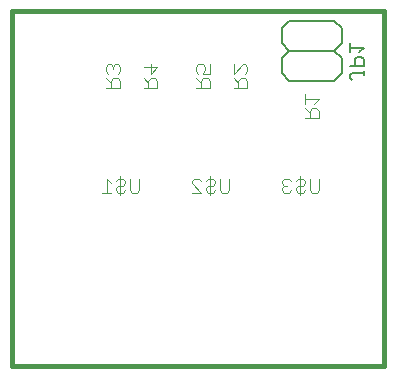
<source format=gbo>
G75*
%MOIN*%
%OFA0B0*%
%FSLAX25Y25*%
%IPPOS*%
%LPD*%
%AMOC8*
5,1,8,0,0,1.08239X$1,22.5*
%
%ADD10C,0.01600*%
%ADD11C,0.00400*%
%ADD12C,0.00600*%
%ADD13C,0.00500*%
D10*
X0008250Y0002200D02*
X0008250Y0120310D01*
X0132266Y0120310D01*
X0132266Y0002200D01*
X0008250Y0002200D01*
D11*
X0044473Y0059133D02*
X0044473Y0065271D01*
X0043706Y0064504D02*
X0042939Y0063737D01*
X0043706Y0064504D02*
X0045241Y0064504D01*
X0046008Y0063737D01*
X0046008Y0062969D01*
X0045241Y0062202D01*
X0043706Y0062202D01*
X0042939Y0061435D01*
X0042939Y0060667D01*
X0043706Y0059900D01*
X0045241Y0059900D01*
X0046008Y0060667D01*
X0047543Y0060667D02*
X0047543Y0064504D01*
X0050612Y0064504D02*
X0050612Y0060667D01*
X0049844Y0059900D01*
X0048310Y0059900D01*
X0047543Y0060667D01*
X0041404Y0059900D02*
X0038335Y0059900D01*
X0039869Y0059900D02*
X0039869Y0064504D01*
X0041404Y0062969D01*
X0068335Y0062969D02*
X0068335Y0063737D01*
X0069102Y0064504D01*
X0070637Y0064504D01*
X0071404Y0063737D01*
X0072939Y0063737D02*
X0073706Y0064504D01*
X0075241Y0064504D01*
X0076008Y0063737D01*
X0076008Y0062969D01*
X0075241Y0062202D01*
X0073706Y0062202D01*
X0072939Y0061435D01*
X0072939Y0060667D01*
X0073706Y0059900D01*
X0075241Y0059900D01*
X0076008Y0060667D01*
X0077543Y0060667D02*
X0077543Y0064504D01*
X0080612Y0064504D02*
X0080612Y0060667D01*
X0079844Y0059900D01*
X0078310Y0059900D01*
X0077543Y0060667D01*
X0074473Y0059133D02*
X0074473Y0065271D01*
X0071404Y0059900D02*
X0068335Y0062969D01*
X0068335Y0059900D02*
X0071404Y0059900D01*
X0098335Y0060667D02*
X0099102Y0059900D01*
X0100637Y0059900D01*
X0101404Y0060667D01*
X0102939Y0060667D02*
X0102939Y0061435D01*
X0103706Y0062202D01*
X0105241Y0062202D01*
X0106008Y0062969D01*
X0106008Y0063737D01*
X0105241Y0064504D01*
X0103706Y0064504D01*
X0102939Y0063737D01*
X0101404Y0063737D02*
X0100637Y0064504D01*
X0099102Y0064504D01*
X0098335Y0063737D01*
X0098335Y0062969D01*
X0099102Y0062202D01*
X0098335Y0061435D01*
X0098335Y0060667D01*
X0099102Y0062202D02*
X0099869Y0062202D01*
X0102939Y0060667D02*
X0103706Y0059900D01*
X0105241Y0059900D01*
X0106008Y0060667D01*
X0107543Y0060667D02*
X0107543Y0064504D01*
X0104473Y0065271D02*
X0104473Y0059133D01*
X0107543Y0060667D02*
X0108310Y0059900D01*
X0109844Y0059900D01*
X0110612Y0060667D01*
X0110612Y0064504D01*
X0110554Y0084900D02*
X0105950Y0084900D01*
X0107485Y0084900D02*
X0107485Y0087202D01*
X0108252Y0087969D01*
X0109787Y0087969D01*
X0110554Y0087202D01*
X0110554Y0084900D01*
X0107485Y0086435D02*
X0105950Y0087969D01*
X0105950Y0089504D02*
X0105950Y0092573D01*
X0105950Y0091039D02*
X0110554Y0091039D01*
X0109019Y0089504D01*
X0086804Y0094900D02*
X0086804Y0097202D01*
X0086037Y0097969D01*
X0084502Y0097969D01*
X0083735Y0097202D01*
X0083735Y0094900D01*
X0083735Y0096435D02*
X0082200Y0097969D01*
X0082200Y0099504D02*
X0085269Y0102573D01*
X0086037Y0102573D01*
X0086804Y0101806D01*
X0086804Y0100271D01*
X0086037Y0099504D01*
X0082200Y0099504D02*
X0082200Y0102573D01*
X0074304Y0102573D02*
X0074304Y0099504D01*
X0072002Y0099504D01*
X0072769Y0101039D01*
X0072769Y0101806D01*
X0072002Y0102573D01*
X0070467Y0102573D01*
X0069700Y0101806D01*
X0069700Y0100271D01*
X0070467Y0099504D01*
X0069700Y0097969D02*
X0071235Y0096435D01*
X0071235Y0097202D02*
X0071235Y0094900D01*
X0069700Y0094900D02*
X0074304Y0094900D01*
X0074304Y0097202D01*
X0073537Y0097969D01*
X0072002Y0097969D01*
X0071235Y0097202D01*
X0082200Y0094900D02*
X0086804Y0094900D01*
X0056804Y0094900D02*
X0056804Y0097202D01*
X0056037Y0097969D01*
X0054502Y0097969D01*
X0053735Y0097202D01*
X0053735Y0094900D01*
X0053735Y0096435D02*
X0052200Y0097969D01*
X0054502Y0099504D02*
X0054502Y0102573D01*
X0052200Y0101806D02*
X0056804Y0101806D01*
X0054502Y0099504D01*
X0052200Y0094900D02*
X0056804Y0094900D01*
X0044304Y0094900D02*
X0044304Y0097202D01*
X0043537Y0097969D01*
X0042002Y0097969D01*
X0041235Y0097202D01*
X0041235Y0094900D01*
X0041235Y0096435D02*
X0039700Y0097969D01*
X0040467Y0099504D02*
X0039700Y0100271D01*
X0039700Y0101806D01*
X0040467Y0102573D01*
X0041235Y0102573D01*
X0042002Y0101806D01*
X0042002Y0101039D01*
X0042002Y0101806D02*
X0042769Y0102573D01*
X0043537Y0102573D01*
X0044304Y0101806D01*
X0044304Y0100271D01*
X0043537Y0099504D01*
X0044304Y0094900D02*
X0039700Y0094900D01*
D12*
X0098250Y0099700D02*
X0098250Y0104700D01*
X0100750Y0107200D01*
X0115750Y0107200D01*
X0118250Y0109700D01*
X0118250Y0114700D01*
X0115750Y0117200D01*
X0100750Y0117200D01*
X0098250Y0114700D01*
X0098250Y0109700D01*
X0100750Y0107200D01*
X0098250Y0099700D02*
X0100750Y0097200D01*
X0115750Y0097200D01*
X0118250Y0099700D01*
X0118250Y0104700D01*
X0115750Y0107200D01*
D13*
X0121000Y0106658D02*
X0121000Y0109660D01*
X0121000Y0108159D02*
X0125504Y0108159D01*
X0124003Y0106658D01*
X0124753Y0105056D02*
X0123252Y0105056D01*
X0122501Y0104306D01*
X0122501Y0102054D01*
X0121000Y0102054D02*
X0125504Y0102054D01*
X0125504Y0104306D01*
X0124753Y0105056D01*
X0125504Y0100453D02*
X0125504Y0098951D01*
X0125504Y0099702D02*
X0121751Y0099702D01*
X0121000Y0098951D01*
X0121000Y0098201D01*
X0121751Y0097450D01*
M02*

</source>
